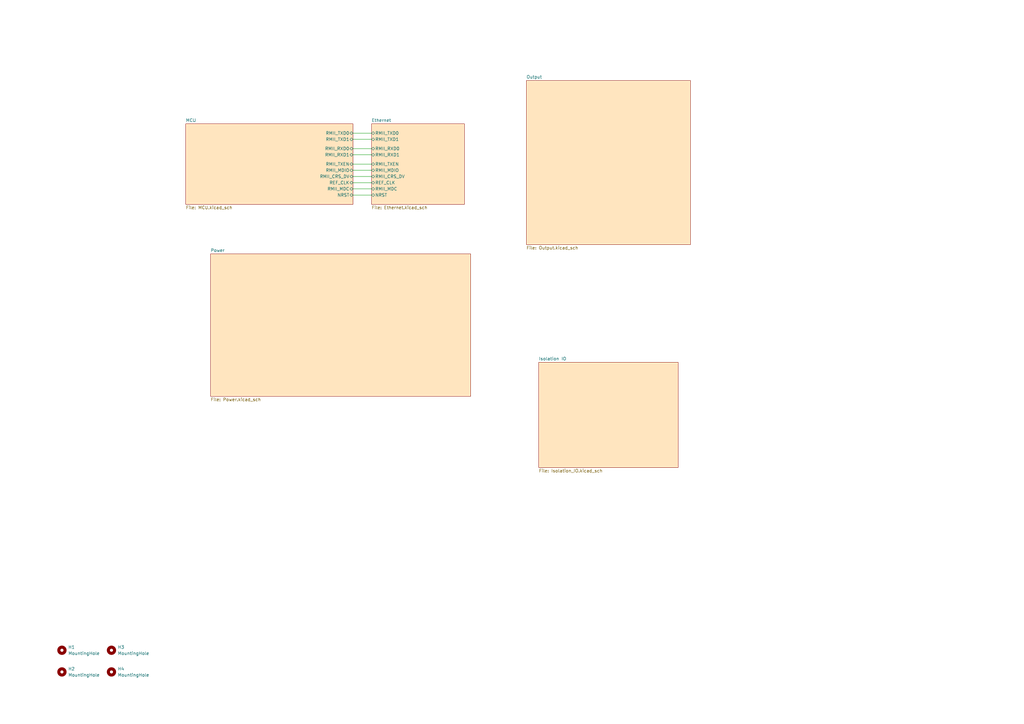
<source format=kicad_sch>
(kicad_sch (version 20250114) (generator "eeschema") (generator_version "9.0")
  (paper "A3")
  (lib_symbols
    (symbol "Mechanical:MountingHole" (pin_names (offset 1.016)) (in_bom no)
      (property "Reference" "H" (at 0 5.08 0))
      (property "Value" "MountingHole" (at 0 3.175 0))
      (symbol "MountingHole_0_1"
        (circle (center 0 0) (radius 1.27) (stroke (width 1.27)))
      )
    )
  )
  (wire (pts (xy 144.78 54.61) (xy 152.4 54.61)))
  (wire (pts (xy 144.78 63.5) (xy 152.4 63.5)))
  (wire (pts (xy 144.78 69.85) (xy 152.4 69.85)))
  (wire (pts (xy 144.78 72.39) (xy 152.4 72.39)))
  (wire (pts (xy 144.78 74.93) (xy 152.4 74.93)))
  (wire (pts (xy 144.78 60.96) (xy 152.4 60.96)))
  (wire (pts (xy 144.78 80.01) (xy 152.4 80.01)))
  (wire (pts (xy 144.78 67.31) (xy 152.4 67.31)))
  (wire (pts (xy 144.78 57.15) (xy 152.4 57.15)))
  (wire (pts (xy 144.78 77.47) (xy 152.4 77.47)))
  (symbol (lib_id "Mechanical:MountingHole") (at 45.72 266.7 0) (unit 1) (in_bom no)
    (property "Reference" "H3" (at 48.26 265.4299 0) (effects (justify left)))
    (property "Value" "MountingHole" (at 48.26 267.9699 0) (effects (justify left)))
    (property "Footprint" "MountingHole:MountingHole_3.2mm_M3_DIN965_Pad_TopBottom" (effects (hide yes)))
    (property "Description" "Mounting Hole without connection" (effects (hide yes)))
  )
  (symbol (lib_id "Mechanical:MountingHole") (at 45.72 275.59 0) (unit 1) (in_bom no)
    (property "Reference" "H4" (at 48.26 274.3199 0) (effects (justify left)))
    (property "Value" "MountingHole" (at 48.26 276.8599 0) (effects (justify left)))
    (property "Footprint" "MountingHole:MountingHole_3.2mm_M3_DIN965_Pad_TopBottom" (effects (hide yes)))
    (property "Description" "Mounting Hole without connection" (effects (hide yes)))
  )
  (symbol (lib_id "Mechanical:MountingHole") (at 25.4 275.59 0) (unit 1) (in_bom no)
    (property "Reference" "H2" (at 27.94 274.3199 0) (effects (justify left)))
    (property "Value" "MountingHole" (at 27.94 276.8599 0) (effects (justify left)))
    (property "Footprint" "MountingHole:MountingHole_3.2mm_M3_DIN965_Pad_TopBottom" (effects (hide yes)))
    (property "Description" "Mounting Hole without connection" (effects (hide yes)))
  )
  (symbol (lib_id "Mechanical:MountingHole") (at 25.4 266.7 0) (unit 1) (in_bom no)
    (property "Reference" "H1" (at 27.94 265.4299 0) (effects (justify left)))
    (property "Value" "MountingHole" (at 27.94 267.9699 0) (effects (justify left)))
    (property "Footprint" "MountingHole:MountingHole_3.2mm_M3_DIN965_Pad_TopBottom" (effects (hide yes)))
    (property "Description" "Mounting Hole without connection" (effects (hide yes)))
  )
  (sheet (at 86.36 104.14) (size 106.68 58.42) (stroke (width 0.1524)) (fill (color 255 229 191 1.0000))
    (property "Sheetname" "Power" (at 86.36 103.4284 0) (effects (justify left bottom)))
    (property "Sheetfile" "Power.kicad_sch" (at 86.36 163.1446 0) (effects (justify left top)))
  )
  (sheet (at 220.98 148.59) (size 57.15 43.18) (stroke (width 0.1524)) (fill (color 255 229 191 1.0000))
    (property "Sheetname" "Isolation IO" (at 220.98 147.8784 0) (effects (justify left bottom)))
    (property "Sheetfile" "Isolation_IO.kicad_sch" (at 220.98 192.3546 0) (effects (justify left top)))
  )
  (sheet (at 215.9 33.02) (size 67.31 67.31) (stroke (width 0.1524)) (fill (color 255 229 191 1.0000))
    (property "Sheetname" "Output" (at 215.9 32.3084 0) (effects (justify left bottom)))
    (property "Sheetfile" "Output.kicad_sch" (at 215.9 100.9146 0) (effects (justify left top)))
  )
  (sheet (at 152.4 50.8) (size 38.1 33.02) (stroke (width 0.1524)) (fill (color 255 229 191 1.0000))
    (property "Sheetname" "Ethernet" (at 152.4 50.0884 0) (effects (justify left bottom)))
    (property "Sheetfile" "Ethernet.kicad_sch" (at 152.4 84.4046 0) (effects (justify left top)))
    (pin "RMII_TXD1" bidirectional (at 152.4 57.15 180))
    (pin "REF_CLK" bidirectional (at 152.4 74.93 180))
    (pin "RMII_MDIO" bidirectional (at 152.4 69.85 180))
    (pin "RMII_CRS_DV" bidirectional (at 152.4 72.39 180))
    (pin "RMII_RXD1" bidirectional (at 152.4 63.5 180))
    (pin "RMII_MDC" bidirectional (at 152.4 77.47 180))
    (pin "RMII_TXD0" bidirectional (at 152.4 54.61 180))
    (pin "RMII_TXEN" bidirectional (at 152.4 67.31 180))
    (pin "NRST" bidirectional (at 152.4 80.01 180))
    (pin "RMII_RXD0" bidirectional (at 152.4 60.96 180))
  )
  (sheet (at 76.2 50.8) (size 68.58 33.02) (stroke (width 0.1524)) (fill (color 255 229 191 1.0000))
    (property "Sheetname" "MCU" (at 76.2 50.0884 0) (effects (justify left bottom)))
    (property "Sheetfile" "MCU.kicad_sch" (at 76.2 84.4046 0) (effects (justify left top)))
    (pin "RMII_MDC" bidirectional (at 144.78 77.47 0))
    (pin "RMII_MDIO" bidirectional (at 144.78 69.85 0))
    (pin "RMII_TXD1" bidirectional (at 144.78 57.15 0))
    (pin "REF_CLK" bidirectional (at 144.78 74.93 0))
    (pin "RMII_TXEN" bidirectional (at 144.78 67.31 0))
    (pin "RMII_TXD0" bidirectional (at 144.78 54.61 0))
    (pin "NRST" bidirectional (at 144.78 80.01 0))
    (pin "RMII_CRS_DV" bidirectional (at 144.78 72.39 0))
    (pin "RMII_RXD0" bidirectional (at 144.78 60.96 0))
    (pin "RMII_RXD1" bidirectional (at 144.78 63.5 0))
  )
)
</source>
